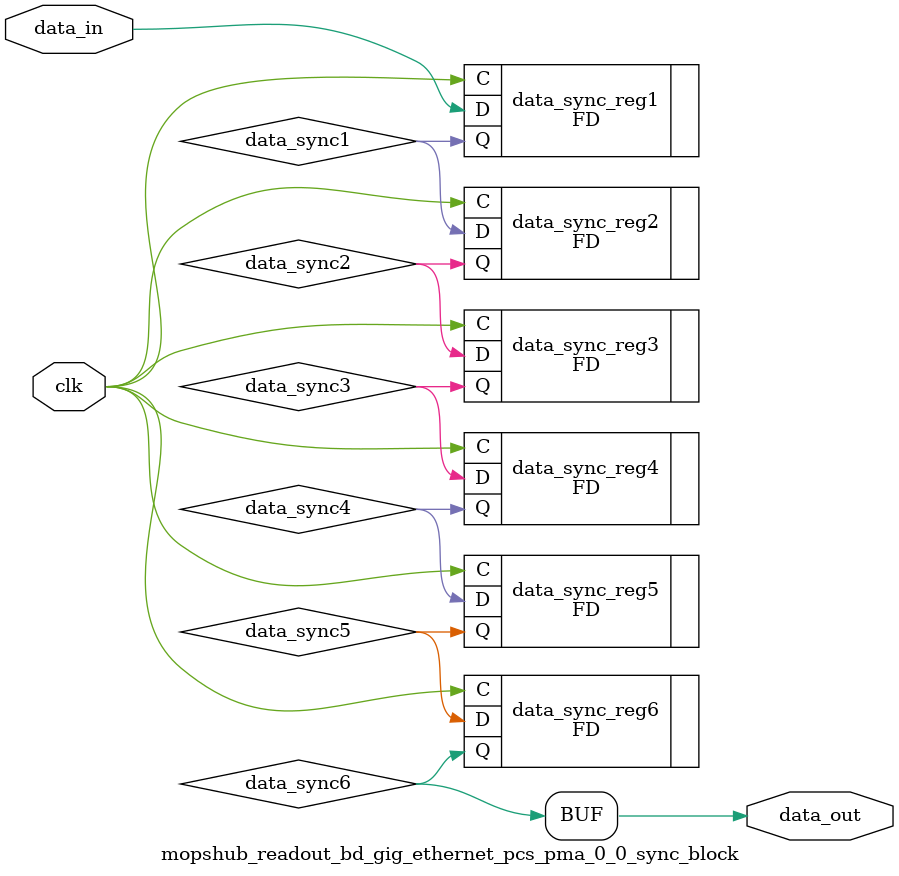
<source format=v>

`timescale 1ps / 1ps

module mopshub_readout_bd_gig_ethernet_pcs_pma_0_0_sync_block #(
  parameter INITIALISE = 2'b00
)
(
  input        clk,              // clock to be sync'ed to
  input        data_in,          // Data to be 'synced'
  output       data_out          // synced data
);

  // Internal Signals
  wire data_sync1;
  wire data_sync2;
  wire data_sync3;
  wire data_sync4;
  wire data_sync5;
  wire data_sync6;


  (* shreg_extract = "no", ASYNC_REG = "TRUE" *)
  FD #(
    .INIT (INITIALISE[0])
  ) data_sync_reg1 (
    .C  (clk),
    .D  (data_in),
    .Q  (data_sync1)
  );


  (* shreg_extract = "no", ASYNC_REG = "TRUE" *)
  FD #(
   .INIT (INITIALISE[1])
  ) data_sync_reg2 (
  .C  (clk),
  .D  (data_sync1),
  .Q  (data_sync2)
  );


  (* shreg_extract = "no", ASYNC_REG = "TRUE" *)
  FD #(
   .INIT (INITIALISE[1])
  ) data_sync_reg3 (
  .C  (clk),
  .D  (data_sync2),
  .Q  (data_sync3)
  );

  (* shreg_extract = "no", ASYNC_REG = "TRUE" *)
  FD #(
   .INIT (INITIALISE[1])
  ) data_sync_reg4 (
  .C  (clk),
  .D  (data_sync3),
  .Q  (data_sync4)
  );

  (* shreg_extract = "no", ASYNC_REG = "TRUE" *)
  FD #(
   .INIT (INITIALISE[1])
  ) data_sync_reg5 (
  .C  (clk),
  .D  (data_sync4),
  .Q  (data_sync5)
  );

  (* shreg_extract = "no", ASYNC_REG = "TRUE" *)
  FD #(
   .INIT (INITIALISE[1])
  ) data_sync_reg6 (
  .C  (clk),
  .D  (data_sync5),
  .Q  (data_sync6)
  );
  assign data_out = data_sync6;


endmodule



</source>
